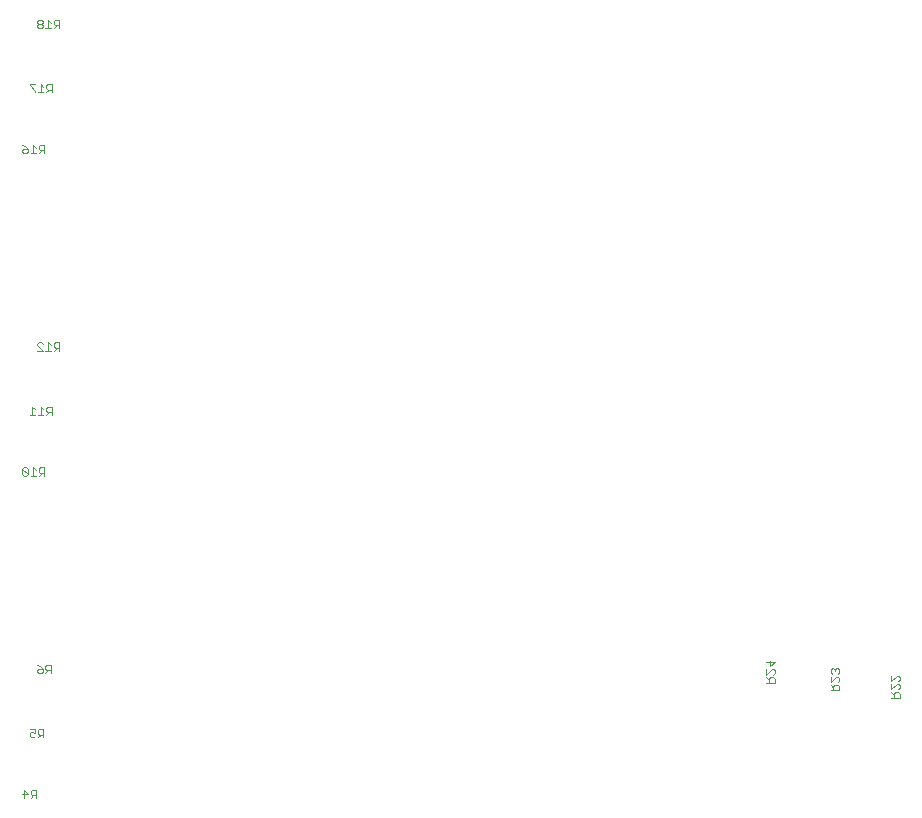
<source format=gbo>
G75*
G70*
%OFA0B0*%
%FSLAX24Y24*%
%IPPOS*%
%LPD*%
%AMOC8*
5,1,8,0,0,1.08239X$1,22.5*
%
%ADD10C,0.0020*%
D10*
X005252Y002146D02*
X005439Y002146D01*
X005299Y002286D01*
X005299Y002006D01*
X005528Y002006D02*
X005622Y002099D01*
X005575Y002099D02*
X005715Y002099D01*
X005715Y002006D02*
X005715Y002286D01*
X005575Y002286D01*
X005528Y002240D01*
X005528Y002146D01*
X005575Y002099D01*
X005544Y004031D02*
X005637Y004031D01*
X005684Y004077D01*
X005684Y004171D02*
X005590Y004217D01*
X005544Y004217D01*
X005497Y004171D01*
X005497Y004077D01*
X005544Y004031D01*
X005684Y004171D02*
X005684Y004311D01*
X005497Y004311D01*
X005773Y004264D02*
X005773Y004171D01*
X005820Y004124D01*
X005960Y004124D01*
X005960Y004031D02*
X005960Y004311D01*
X005820Y004311D01*
X005773Y004264D01*
X005867Y004124D02*
X005773Y004031D01*
X005794Y006175D02*
X005748Y006221D01*
X005748Y006268D01*
X005794Y006315D01*
X005934Y006315D01*
X005934Y006221D01*
X005888Y006175D01*
X005794Y006175D01*
X005934Y006315D02*
X005841Y006408D01*
X005748Y006455D01*
X006024Y006408D02*
X006024Y006315D01*
X006071Y006268D01*
X006211Y006268D01*
X006211Y006175D02*
X006211Y006455D01*
X006071Y006455D01*
X006024Y006408D01*
X006117Y006268D02*
X006024Y006175D01*
X005991Y012756D02*
X005991Y013036D01*
X005851Y013036D01*
X005804Y012990D01*
X005804Y012896D01*
X005851Y012849D01*
X005991Y012849D01*
X005898Y012849D02*
X005804Y012756D01*
X005715Y012756D02*
X005528Y012756D01*
X005622Y012756D02*
X005622Y013036D01*
X005715Y012943D01*
X005439Y012990D02*
X005392Y013036D01*
X005299Y013036D01*
X005252Y012990D01*
X005439Y012803D01*
X005392Y012756D01*
X005299Y012756D01*
X005252Y012803D01*
X005252Y012990D01*
X005439Y012990D02*
X005439Y012803D01*
X005497Y014781D02*
X005684Y014781D01*
X005773Y014781D02*
X005960Y014781D01*
X006049Y014781D02*
X006143Y014874D01*
X006096Y014874D02*
X006236Y014874D01*
X006236Y014781D02*
X006236Y015061D01*
X006096Y015061D01*
X006049Y015014D01*
X006049Y014921D01*
X006096Y014874D01*
X005960Y014967D02*
X005867Y015061D01*
X005867Y014781D01*
X005684Y014967D02*
X005590Y015061D01*
X005590Y014781D01*
X005748Y016925D02*
X005934Y016925D01*
X005748Y017112D01*
X005748Y017158D01*
X005794Y017205D01*
X005888Y017205D01*
X005934Y017158D01*
X006117Y017205D02*
X006117Y016925D01*
X006024Y016925D02*
X006211Y016925D01*
X006300Y016925D02*
X006394Y017018D01*
X006347Y017018D02*
X006487Y017018D01*
X006487Y016925D02*
X006487Y017205D01*
X006347Y017205D01*
X006300Y017158D01*
X006300Y017065D01*
X006347Y017018D01*
X006211Y017112D02*
X006117Y017205D01*
X005991Y023506D02*
X005991Y023786D01*
X005851Y023786D01*
X005804Y023740D01*
X005804Y023646D01*
X005851Y023599D01*
X005991Y023599D01*
X005898Y023599D02*
X005804Y023506D01*
X005715Y023506D02*
X005528Y023506D01*
X005622Y023506D02*
X005622Y023786D01*
X005715Y023693D01*
X005439Y023646D02*
X005299Y023646D01*
X005252Y023599D01*
X005252Y023553D01*
X005299Y023506D01*
X005392Y023506D01*
X005439Y023553D01*
X005439Y023646D01*
X005345Y023740D01*
X005252Y023786D01*
X005684Y025531D02*
X005684Y025577D01*
X005497Y025764D01*
X005497Y025811D01*
X005684Y025811D01*
X005867Y025811D02*
X005867Y025531D01*
X005960Y025531D02*
X005773Y025531D01*
X005960Y025717D02*
X005867Y025811D01*
X006049Y025764D02*
X006049Y025671D01*
X006096Y025624D01*
X006236Y025624D01*
X006143Y025624D02*
X006049Y025531D01*
X006236Y025531D02*
X006236Y025811D01*
X006096Y025811D01*
X006049Y025764D01*
X006024Y027675D02*
X006211Y027675D01*
X006300Y027675D02*
X006394Y027768D01*
X006347Y027768D02*
X006487Y027768D01*
X006487Y027675D02*
X006487Y027955D01*
X006347Y027955D01*
X006300Y027908D01*
X006300Y027815D01*
X006347Y027768D01*
X006211Y027862D02*
X006117Y027955D01*
X006117Y027675D01*
X005934Y027721D02*
X005934Y027768D01*
X005888Y027815D01*
X005794Y027815D01*
X005748Y027768D01*
X005748Y027721D01*
X005794Y027675D01*
X005888Y027675D01*
X005934Y027721D01*
X005888Y027815D02*
X005934Y027862D01*
X005934Y027908D01*
X005888Y027955D01*
X005794Y027955D01*
X005748Y027908D01*
X005748Y027862D01*
X005794Y027815D01*
X030051Y006542D02*
X030331Y006542D01*
X030191Y006402D01*
X030191Y006589D01*
X030238Y006313D02*
X030285Y006313D01*
X030331Y006266D01*
X030331Y006172D01*
X030285Y006126D01*
X030285Y006036D02*
X030191Y006036D01*
X030145Y005990D01*
X030145Y005850D01*
X030145Y005943D02*
X030051Y006036D01*
X030051Y006126D02*
X030238Y006313D01*
X030051Y006313D02*
X030051Y006126D01*
X030285Y006036D02*
X030331Y005990D01*
X030331Y005850D01*
X030051Y005850D01*
X032195Y005875D02*
X032382Y006062D01*
X032429Y006062D01*
X032475Y006015D01*
X032475Y005922D01*
X032429Y005875D01*
X032429Y005786D02*
X032335Y005786D01*
X032289Y005739D01*
X032289Y005599D01*
X032289Y005692D02*
X032195Y005786D01*
X032195Y005875D02*
X032195Y006062D01*
X032242Y006151D02*
X032195Y006198D01*
X032195Y006291D01*
X032242Y006338D01*
X032289Y006338D01*
X032335Y006291D01*
X032335Y006245D01*
X032335Y006291D02*
X032382Y006338D01*
X032429Y006338D01*
X032475Y006291D01*
X032475Y006198D01*
X032429Y006151D01*
X032429Y005786D02*
X032475Y005739D01*
X032475Y005599D01*
X032195Y005599D01*
X034220Y005630D02*
X034407Y005817D01*
X034453Y005817D01*
X034500Y005770D01*
X034500Y005677D01*
X034453Y005630D01*
X034453Y005541D02*
X034360Y005541D01*
X034313Y005494D01*
X034313Y005354D01*
X034220Y005354D02*
X034500Y005354D01*
X034500Y005494D01*
X034453Y005541D01*
X034313Y005447D02*
X034220Y005541D01*
X034220Y005630D02*
X034220Y005817D01*
X034220Y005906D02*
X034407Y006093D01*
X034453Y006093D01*
X034500Y006046D01*
X034500Y005953D01*
X034453Y005906D01*
X034220Y005906D02*
X034220Y006093D01*
M02*

</source>
